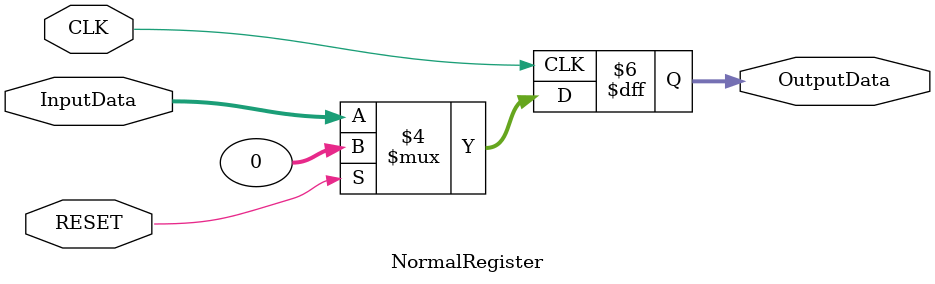
<source format=v>
module NormalRegister #(parameter W=32)(CLK,InputData,OutputData,RESET);

input [W-1:0] InputData;

input CLK,RESET;

output reg [W-1:0] OutputData=0;

always @ (posedge CLK) begin

	if(RESET) 	begin
					OutputData<=0;
					end
	else	begin
			OutputData<=InputData;
			end
			
end

endmodule
		
</source>
